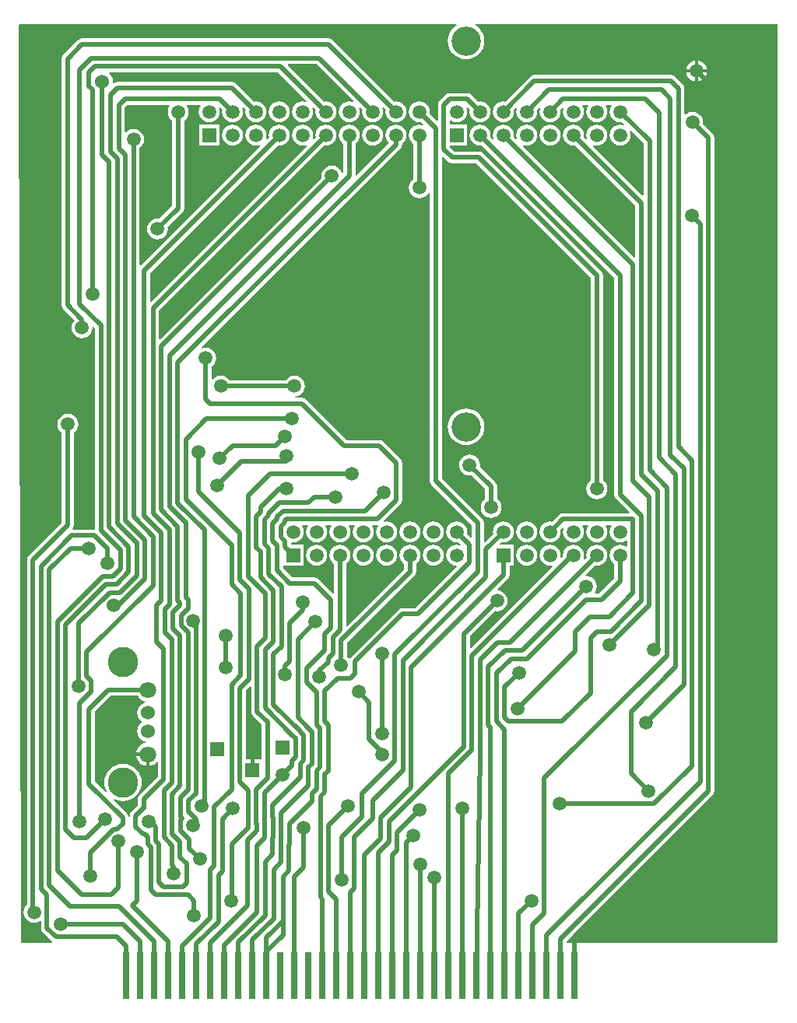
<source format=gtl>
%FSLAX25Y25*%
%MOIN*%
G70*
G01*
G75*
G04 Layer_Physical_Order=1*
G04 Layer_Color=255*
%ADD10R,0.03000X0.20000*%
%ADD11C,0.02000*%
%ADD12R,0.05906X0.05906*%
%ADD13C,0.12598*%
%ADD14C,0.05906*%
%ADD15C,0.06000*%
%ADD16C,0.07087*%
%ADD17C,0.12992*%
G36*
X102451Y134193D02*
Y123550D01*
X102645Y122575D01*
X103198Y121748D01*
X106951Y117994D01*
Y102953D01*
X103750D01*
Y98500D01*
X102250D01*
Y102953D01*
X100096D01*
Y132491D01*
X101989Y134384D01*
X102451Y134193D01*
D02*
G37*
G36*
X54572Y129183D02*
X55626Y128374D01*
X56853Y127866D01*
X57078Y127836D01*
Y127332D01*
X56995Y127321D01*
X55900Y126868D01*
X54960Y126146D01*
X54238Y125206D01*
X53785Y124112D01*
X53631Y122937D01*
X53785Y121762D01*
X54238Y120668D01*
X54960Y119728D01*
X55497Y119315D01*
Y118685D01*
X54960Y118272D01*
X54238Y117332D01*
X53785Y116238D01*
X53631Y115063D01*
X53785Y113888D01*
X54238Y112794D01*
X54960Y111854D01*
X55900Y111132D01*
X56995Y110679D01*
X57078Y110668D01*
Y110164D01*
X56853Y110134D01*
X55626Y109626D01*
X54572Y108817D01*
X53764Y107764D01*
X53256Y106537D01*
X53181Y105971D01*
X58169D01*
Y105220D01*
X58919D01*
Y100232D01*
X59486Y100307D01*
X60713Y100815D01*
X61766Y101624D01*
X61977Y101899D01*
X62451Y101738D01*
Y95533D01*
X54698Y87779D01*
X54145Y86953D01*
X53951Y85977D01*
Y83334D01*
X51198Y80581D01*
X50645Y79754D01*
X50451Y78778D01*
Y78542D01*
X49951Y78492D01*
X49855Y78975D01*
X49302Y79802D01*
X43428Y85677D01*
X43729Y86083D01*
X44425Y85711D01*
X45932Y85254D01*
X47500Y85099D01*
X49068Y85254D01*
X50575Y85711D01*
X51964Y86453D01*
X53181Y87452D01*
X54181Y88670D01*
X54923Y90059D01*
X55380Y91566D01*
X55535Y93134D01*
X55380Y94701D01*
X54923Y96209D01*
X54181Y97598D01*
X53181Y98815D01*
X51964Y99814D01*
X50575Y100557D01*
X49068Y101014D01*
X47500Y101169D01*
X45932Y101014D01*
X44425Y100557D01*
X43036Y99814D01*
X41819Y98815D01*
X40819Y97598D01*
X40077Y96209D01*
X39620Y94701D01*
X39465Y93134D01*
X39620Y91566D01*
X40077Y90059D01*
X40449Y89363D01*
X40043Y89062D01*
X35549Y93556D01*
Y123444D01*
X42335Y130231D01*
X53768D01*
X54572Y129183D01*
D02*
G37*
G36*
X328000Y25000D02*
X327500Y24500D01*
X237693D01*
X237609Y25000D01*
X300052Y87444D01*
X300605Y88271D01*
X300799Y89246D01*
Y369350D01*
X300605Y370325D01*
X300052Y371152D01*
X295900Y375305D01*
X295991Y376000D01*
X295838Y377162D01*
X295390Y378246D01*
X294676Y379176D01*
X293746Y379889D01*
X292662Y380338D01*
X291500Y380491D01*
X290338Y380338D01*
X289254Y379889D01*
X288535Y379338D01*
X288035Y379584D01*
Y390514D01*
X287841Y391489D01*
X287289Y392316D01*
X284102Y395502D01*
X283276Y396055D01*
X282300Y396249D01*
X223700D01*
X222725Y396055D01*
X221898Y395502D01*
X211283Y384888D01*
X210500Y384991D01*
X209338Y384838D01*
X208254Y384389D01*
X207324Y383676D01*
X206610Y382746D01*
X206162Y381662D01*
X206009Y380500D01*
X206162Y379338D01*
X206610Y378254D01*
X207324Y377324D01*
X208254Y376610D01*
X209338Y376162D01*
X210500Y376009D01*
X211662Y376162D01*
X212746Y376610D01*
X213676Y377324D01*
X214389Y378254D01*
X214838Y379338D01*
X214991Y380500D01*
X214888Y381283D01*
X215871Y382266D01*
X216295Y381983D01*
X216162Y381662D01*
X216009Y380500D01*
X216162Y379338D01*
X216611Y378254D01*
X217324Y377324D01*
X218254Y376610D01*
X219338Y376162D01*
X220500Y376009D01*
X221662Y376162D01*
X222746Y376610D01*
X223676Y377324D01*
X224390Y378254D01*
X224838Y379338D01*
X224991Y380500D01*
X224888Y381283D01*
X225871Y382266D01*
X226294Y381983D01*
X226162Y381662D01*
X226009Y380500D01*
X226162Y379338D01*
X226610Y378254D01*
X227324Y377324D01*
X228254Y376610D01*
X229338Y376162D01*
X230500Y376009D01*
X231662Y376162D01*
X232746Y376610D01*
X233676Y377324D01*
X234389Y378254D01*
X234838Y379338D01*
X234991Y380500D01*
X234888Y381283D01*
X235871Y382266D01*
X236295Y381983D01*
X236162Y381662D01*
X236009Y380500D01*
X236162Y379338D01*
X236611Y378254D01*
X237324Y377324D01*
X238254Y376610D01*
X239338Y376162D01*
X240500Y376009D01*
X241662Y376162D01*
X242746Y376610D01*
X243676Y377324D01*
X244390Y378254D01*
X244838Y379338D01*
X244991Y380500D01*
X244838Y381662D01*
X244390Y382746D01*
X244192Y383003D01*
X244413Y383451D01*
X246587D01*
X246808Y383003D01*
X246610Y382746D01*
X246162Y381662D01*
X246009Y380500D01*
X246162Y379338D01*
X246610Y378254D01*
X247324Y377324D01*
X248254Y376610D01*
X249338Y376162D01*
X250500Y376009D01*
X251662Y376162D01*
X252746Y376610D01*
X253676Y377324D01*
X254390Y378254D01*
X254838Y379338D01*
X254991Y380500D01*
X254838Y381662D01*
X254390Y382746D01*
X254192Y383003D01*
X254413Y383451D01*
X256587D01*
X256808Y383003D01*
X256610Y382746D01*
X256162Y381662D01*
X256009Y380500D01*
X256162Y379338D01*
X256610Y378254D01*
X257324Y377324D01*
X258254Y376610D01*
X259338Y376162D01*
X260500Y376009D01*
X261283Y376112D01*
X262266Y375129D01*
X261983Y374706D01*
X261662Y374838D01*
X260500Y374991D01*
X259338Y374838D01*
X258254Y374390D01*
X257324Y373676D01*
X256610Y372746D01*
X256162Y371662D01*
X256009Y370500D01*
X256162Y369338D01*
X256610Y368254D01*
X257324Y367324D01*
X258254Y366611D01*
X259338Y366162D01*
X260500Y366009D01*
X261662Y366162D01*
X262746Y366611D01*
X263676Y367324D01*
X264389Y368254D01*
X264838Y369338D01*
X264991Y370500D01*
X264838Y371662D01*
X264705Y371983D01*
X265129Y372266D01*
X270499Y366897D01*
Y344759D01*
X270037Y344568D01*
X248734Y365871D01*
X249017Y366295D01*
X249338Y366162D01*
X250500Y366009D01*
X251662Y366162D01*
X252746Y366611D01*
X253676Y367324D01*
X254390Y368254D01*
X254838Y369338D01*
X254991Y370500D01*
X254838Y371662D01*
X254390Y372746D01*
X253676Y373676D01*
X252746Y374390D01*
X251662Y374838D01*
X250500Y374991D01*
X249338Y374838D01*
X248254Y374390D01*
X247324Y373676D01*
X246610Y372746D01*
X246162Y371662D01*
X246009Y370500D01*
X246162Y369338D01*
X246294Y369017D01*
X245871Y368734D01*
X244888Y369717D01*
X244991Y370500D01*
X244838Y371662D01*
X244390Y372746D01*
X243676Y373676D01*
X242746Y374390D01*
X241662Y374838D01*
X240500Y374991D01*
X239338Y374838D01*
X238254Y374390D01*
X237324Y373676D01*
X236611Y372746D01*
X236162Y371662D01*
X236009Y370500D01*
X236162Y369338D01*
X236611Y368254D01*
X237324Y367324D01*
X238254Y366611D01*
X239338Y366162D01*
X240500Y366009D01*
X241283Y366112D01*
X266904Y340491D01*
Y318354D01*
X266442Y318163D01*
X218734Y365871D01*
X219017Y366295D01*
X219338Y366162D01*
X220500Y366009D01*
X221662Y366162D01*
X222746Y366611D01*
X223676Y367324D01*
X224390Y368254D01*
X224838Y369338D01*
X224991Y370500D01*
X224838Y371662D01*
X224390Y372746D01*
X223676Y373676D01*
X222746Y374390D01*
X221662Y374838D01*
X220500Y374991D01*
X219338Y374838D01*
X218254Y374390D01*
X217324Y373676D01*
X216611Y372746D01*
X216162Y371662D01*
X216009Y370500D01*
X216162Y369338D01*
X216295Y369017D01*
X215871Y368734D01*
X214888Y369717D01*
X214991Y370500D01*
X214838Y371662D01*
X214389Y372746D01*
X213676Y373676D01*
X212746Y374390D01*
X211662Y374838D01*
X210500Y374991D01*
X209338Y374838D01*
X208254Y374390D01*
X207324Y373676D01*
X206610Y372746D01*
X206162Y371662D01*
X206009Y370500D01*
X206162Y369338D01*
X206294Y369017D01*
X205871Y368734D01*
X204888Y369717D01*
X204991Y370500D01*
X204838Y371662D01*
X204390Y372746D01*
X203676Y373676D01*
X202746Y374390D01*
X201662Y374838D01*
X200500Y374991D01*
X199338Y374838D01*
X198254Y374390D01*
X197324Y373676D01*
X196610Y372746D01*
X196162Y371662D01*
X196009Y370500D01*
X196162Y369338D01*
X196610Y368254D01*
X197324Y367324D01*
X198254Y366611D01*
X199338Y366162D01*
X200500Y366009D01*
X201283Y366112D01*
X257951Y309444D01*
Y216500D01*
X258145Y215525D01*
X258698Y214698D01*
X264384Y209011D01*
X264193Y208549D01*
X236000D01*
X235024Y208355D01*
X234198Y207802D01*
X231283Y204888D01*
X230500Y204991D01*
X229338Y204838D01*
X228254Y204390D01*
X227324Y203676D01*
X226610Y202746D01*
X226162Y201662D01*
X226009Y200500D01*
X226162Y199338D01*
X226610Y198254D01*
X227324Y197324D01*
X228254Y196610D01*
X229338Y196162D01*
X230500Y196009D01*
X231662Y196162D01*
X232746Y196610D01*
X233676Y197324D01*
X234389Y198254D01*
X234838Y199338D01*
X234991Y200500D01*
X234888Y201283D01*
X235871Y202266D01*
X236295Y201983D01*
X236162Y201662D01*
X236009Y200500D01*
X236162Y199338D01*
X236611Y198254D01*
X237324Y197324D01*
X238254Y196610D01*
X239338Y196162D01*
X240500Y196009D01*
X241662Y196162D01*
X242746Y196610D01*
X243676Y197324D01*
X244390Y198254D01*
X244838Y199338D01*
X244991Y200500D01*
X244838Y201662D01*
X244390Y202746D01*
X244192Y203003D01*
X244413Y203451D01*
X246587D01*
X246808Y203003D01*
X246610Y202746D01*
X246162Y201662D01*
X246009Y200500D01*
X246162Y199338D01*
X246610Y198254D01*
X247324Y197324D01*
X248254Y196610D01*
X249338Y196162D01*
X250500Y196009D01*
X251662Y196162D01*
X252746Y196610D01*
X253676Y197324D01*
X254390Y198254D01*
X254838Y199338D01*
X254991Y200500D01*
X254838Y201662D01*
X254390Y202746D01*
X254192Y203003D01*
X254413Y203451D01*
X256587D01*
X256808Y203003D01*
X256610Y202746D01*
X256162Y201662D01*
X256009Y200500D01*
X256162Y199338D01*
X256610Y198254D01*
X257324Y197324D01*
X258254Y196610D01*
X259338Y196162D01*
X260500Y196009D01*
X261662Y196162D01*
X262746Y196610D01*
X263003Y196808D01*
X263451Y196587D01*
Y194413D01*
X263003Y194192D01*
X262746Y194389D01*
X261662Y194838D01*
X260500Y194991D01*
X259338Y194838D01*
X258254Y194389D01*
X257324Y193676D01*
X256610Y192746D01*
X256162Y191662D01*
X256009Y190500D01*
X256162Y189338D01*
X256610Y188254D01*
X257324Y187324D01*
X257951Y186843D01*
Y180568D01*
X251444Y174062D01*
X249846D01*
X249625Y174510D01*
X249889Y174854D01*
X250338Y175938D01*
X250491Y177100D01*
X250338Y178262D01*
X249889Y179346D01*
X249176Y180276D01*
X248246Y180990D01*
X247162Y181438D01*
X246000Y181591D01*
X245845Y181571D01*
X245624Y182019D01*
X249717Y186112D01*
X250500Y186009D01*
X251662Y186162D01*
X252746Y186610D01*
X253676Y187324D01*
X254390Y188254D01*
X254838Y189338D01*
X254991Y190500D01*
X254838Y191662D01*
X254390Y192746D01*
X253676Y193676D01*
X252746Y194389D01*
X251662Y194838D01*
X250500Y194991D01*
X249338Y194838D01*
X248254Y194389D01*
X247324Y193676D01*
X246610Y192746D01*
X246162Y191662D01*
X246009Y190500D01*
X246112Y189717D01*
X245129Y188734D01*
X244706Y189017D01*
X244838Y189338D01*
X244991Y190500D01*
X244838Y191662D01*
X244390Y192746D01*
X243676Y193676D01*
X242746Y194389D01*
X241662Y194838D01*
X240500Y194991D01*
X239338Y194838D01*
X238254Y194389D01*
X237324Y193676D01*
X236611Y192746D01*
X236162Y191662D01*
X236009Y190500D01*
X236054Y190159D01*
X235359Y189464D01*
X234886Y189697D01*
X234991Y190500D01*
X234838Y191662D01*
X234389Y192746D01*
X233676Y193676D01*
X232746Y194389D01*
X231662Y194838D01*
X230500Y194991D01*
X229338Y194838D01*
X228254Y194389D01*
X227324Y193676D01*
X226610Y192746D01*
X226162Y191662D01*
X226009Y190500D01*
X226162Y189338D01*
X226610Y188254D01*
X227324Y187324D01*
X228254Y186610D01*
X229338Y186162D01*
X230500Y186009D01*
X231303Y186115D01*
X231536Y185641D01*
X196511Y150616D01*
X196049Y150807D01*
Y155695D01*
X206942Y166587D01*
X207725Y166484D01*
X208887Y166637D01*
X209970Y167086D01*
X210900Y167799D01*
X211614Y168730D01*
X212063Y169813D01*
X212216Y170975D01*
X212063Y172138D01*
X211614Y173221D01*
X210900Y174151D01*
X209970Y174865D01*
X208887Y175313D01*
X208172Y175408D01*
X207993Y175935D01*
X212302Y180245D01*
X212855Y181072D01*
X213049Y182047D01*
Y186047D01*
X214953D01*
Y194953D01*
X209211D01*
X209019Y195415D01*
X209717Y196112D01*
X210500Y196009D01*
X211662Y196162D01*
X212746Y196610D01*
X213676Y197324D01*
X214389Y198254D01*
X214838Y199338D01*
X214991Y200500D01*
X214838Y201662D01*
X214389Y202746D01*
X213676Y203676D01*
X212746Y204390D01*
X211662Y204838D01*
X210500Y204991D01*
X209338Y204838D01*
X208254Y204390D01*
X207324Y203676D01*
X206610Y202746D01*
X206162Y201662D01*
X206009Y200500D01*
X206112Y199717D01*
X202511Y196116D01*
X202049Y196307D01*
Y204500D01*
X201855Y205475D01*
X201302Y206302D01*
X184049Y223556D01*
Y361193D01*
X184511Y361384D01*
X186698Y359198D01*
X187524Y358645D01*
X188500Y358451D01*
X198944D01*
X247951Y309444D01*
Y222657D01*
X247324Y222176D01*
X246610Y221246D01*
X246162Y220162D01*
X246009Y219000D01*
X246162Y217838D01*
X246610Y216754D01*
X247324Y215824D01*
X248254Y215110D01*
X249338Y214662D01*
X250500Y214509D01*
X251662Y214662D01*
X252746Y215110D01*
X253676Y215824D01*
X254390Y216754D01*
X254838Y217838D01*
X254991Y219000D01*
X254838Y220162D01*
X254390Y221246D01*
X253676Y222176D01*
X253049Y222657D01*
Y310500D01*
X252855Y311475D01*
X252302Y312302D01*
X201802Y362802D01*
X200975Y363355D01*
X200000Y363549D01*
X189556D01*
X187557Y365547D01*
X187570Y366047D01*
X194953D01*
Y374953D01*
X187549D01*
Y376587D01*
X187997Y376808D01*
X188254Y376610D01*
X189338Y376162D01*
X190500Y376009D01*
X191662Y376162D01*
X192746Y376610D01*
X193676Y377324D01*
X194389Y378254D01*
X194838Y379338D01*
X194991Y380500D01*
X194838Y381662D01*
X194705Y381983D01*
X195129Y382266D01*
X196112Y381283D01*
X196009Y380500D01*
X196162Y379338D01*
X196610Y378254D01*
X197324Y377324D01*
X198254Y376610D01*
X199338Y376162D01*
X200500Y376009D01*
X201662Y376162D01*
X202746Y376610D01*
X203676Y377324D01*
X204390Y378254D01*
X204838Y379338D01*
X204991Y380500D01*
X204838Y381662D01*
X204390Y382746D01*
X203676Y383676D01*
X202746Y384389D01*
X201662Y384838D01*
X200500Y384991D01*
X199717Y384888D01*
X196802Y387802D01*
X195975Y388355D01*
X195000Y388549D01*
X187500D01*
X186524Y388355D01*
X185698Y387802D01*
X183198Y385302D01*
X182645Y384475D01*
X182451Y383500D01*
Y376807D01*
X181989Y376616D01*
X178888Y379717D01*
X178991Y380500D01*
X178838Y381662D01*
X178390Y382746D01*
X177676Y383676D01*
X176746Y384389D01*
X175662Y384838D01*
X174500Y384991D01*
X173338Y384838D01*
X172254Y384389D01*
X171324Y383676D01*
X170610Y382746D01*
X170162Y381662D01*
X170009Y380500D01*
X170162Y379338D01*
X170610Y378254D01*
X171324Y377324D01*
X172254Y376610D01*
X173338Y376162D01*
X174500Y376009D01*
X175283Y376112D01*
X176266Y375129D01*
X175983Y374706D01*
X175662Y374838D01*
X174500Y374991D01*
X173338Y374838D01*
X172254Y374390D01*
X171324Y373676D01*
X170610Y372746D01*
X170162Y371662D01*
X170009Y370500D01*
X170162Y369338D01*
X170610Y368254D01*
X171324Y367324D01*
X171951Y366843D01*
Y351657D01*
X171324Y351176D01*
X170610Y350246D01*
X170162Y349162D01*
X170009Y348000D01*
X170162Y346838D01*
X170610Y345754D01*
X171324Y344824D01*
X172254Y344110D01*
X173338Y343662D01*
X174500Y343509D01*
X175662Y343662D01*
X176746Y344110D01*
X177676Y344824D01*
X178390Y345754D01*
X178451Y345903D01*
X178951Y345803D01*
Y222500D01*
X179145Y221525D01*
X179698Y220698D01*
X196951Y203444D01*
Y198307D01*
X196489Y198116D01*
X194888Y199717D01*
X194991Y200500D01*
X194838Y201662D01*
X194389Y202746D01*
X193676Y203676D01*
X192746Y204390D01*
X191662Y204838D01*
X190500Y204991D01*
X189338Y204838D01*
X188254Y204390D01*
X187324Y203676D01*
X186610Y202746D01*
X186162Y201662D01*
X186009Y200500D01*
X186162Y199338D01*
X186610Y198254D01*
X187324Y197324D01*
X188254Y196610D01*
X189338Y196162D01*
X190500Y196009D01*
X191283Y196112D01*
X192266Y195129D01*
X191983Y194705D01*
X191662Y194838D01*
X190500Y194991D01*
X189338Y194838D01*
X188254Y194389D01*
X187324Y193676D01*
X186610Y192746D01*
X186162Y191662D01*
X186009Y190500D01*
X186162Y189338D01*
X186610Y188254D01*
X187324Y187324D01*
X188254Y186610D01*
X189338Y186162D01*
X190232Y186044D01*
X190411Y185516D01*
X172697Y167802D01*
X167253D01*
X166277Y167608D01*
X165450Y167055D01*
X145198Y146802D01*
X144852Y146285D01*
X144237Y146265D01*
X144076Y146476D01*
X143449Y146957D01*
Y152844D01*
X172302Y181698D01*
X172855Y182525D01*
X173049Y183500D01*
Y186843D01*
X173676Y187324D01*
X174390Y188254D01*
X174838Y189338D01*
X174991Y190500D01*
X174838Y191662D01*
X174390Y192746D01*
X173676Y193676D01*
X172746Y194389D01*
X171662Y194838D01*
X170500Y194991D01*
X169338Y194838D01*
X168254Y194389D01*
X167324Y193676D01*
X166611Y192746D01*
X166162Y191662D01*
X166009Y190500D01*
X166162Y189338D01*
X166611Y188254D01*
X167324Y187324D01*
X167951Y186843D01*
Y184556D01*
X143511Y160116D01*
X143049Y160307D01*
Y186843D01*
X143676Y187324D01*
X144389Y188254D01*
X144838Y189338D01*
X144991Y190500D01*
X144838Y191662D01*
X144389Y192746D01*
X143676Y193676D01*
X142746Y194389D01*
X141662Y194838D01*
X140500Y194991D01*
X139338Y194838D01*
X138254Y194389D01*
X137324Y193676D01*
X136610Y192746D01*
X136162Y191662D01*
X136009Y190500D01*
X136162Y189338D01*
X136610Y188254D01*
X137324Y187324D01*
X137951Y186843D01*
Y174307D01*
X137489Y174116D01*
X131302Y180302D01*
X130475Y180855D01*
X129500Y181049D01*
X120056D01*
X116049Y185056D01*
Y186047D01*
X124953D01*
Y194953D01*
X119652D01*
X119549Y195056D01*
Y195755D01*
X119925Y196084D01*
X120500Y196009D01*
X121662Y196162D01*
X122746Y196610D01*
X123676Y197324D01*
X124390Y198254D01*
X124838Y199338D01*
X124991Y200500D01*
X124838Y201662D01*
X124390Y202746D01*
X124192Y203003D01*
X124413Y203451D01*
X126587D01*
X126808Y203003D01*
X126611Y202746D01*
X126162Y201662D01*
X126009Y200500D01*
X126162Y199338D01*
X126611Y198254D01*
X127324Y197324D01*
X128254Y196610D01*
X129338Y196162D01*
X130500Y196009D01*
X131662Y196162D01*
X132746Y196610D01*
X133676Y197324D01*
X134389Y198254D01*
X134838Y199338D01*
X134991Y200500D01*
X134838Y201662D01*
X134389Y202746D01*
X134192Y203003D01*
X134413Y203451D01*
X136587D01*
X136808Y203003D01*
X136610Y202746D01*
X136162Y201662D01*
X136009Y200500D01*
X136162Y199338D01*
X136610Y198254D01*
X137324Y197324D01*
X138254Y196610D01*
X139338Y196162D01*
X140500Y196009D01*
X141662Y196162D01*
X142746Y196610D01*
X143676Y197324D01*
X144389Y198254D01*
X144838Y199338D01*
X144991Y200500D01*
X144838Y201662D01*
X144389Y202746D01*
X144192Y203003D01*
X144413Y203451D01*
X146587D01*
X146808Y203003D01*
X146610Y202746D01*
X146162Y201662D01*
X146009Y200500D01*
X146162Y199338D01*
X146610Y198254D01*
X147324Y197324D01*
X148254Y196610D01*
X149338Y196162D01*
X150500Y196009D01*
X151662Y196162D01*
X152746Y196610D01*
X153676Y197324D01*
X154390Y198254D01*
X154838Y199338D01*
X154991Y200500D01*
X154838Y201662D01*
X154390Y202746D01*
X154192Y203003D01*
X154413Y203451D01*
X156400D01*
X156591Y203489D01*
X156855Y203064D01*
X156611Y202746D01*
X156162Y201662D01*
X156009Y200500D01*
X156162Y199338D01*
X156611Y198254D01*
X157324Y197324D01*
X158254Y196610D01*
X159338Y196162D01*
X160500Y196009D01*
X161662Y196162D01*
X162746Y196610D01*
X163676Y197324D01*
X164390Y198254D01*
X164838Y199338D01*
X164991Y200500D01*
X164838Y201662D01*
X164390Y202746D01*
X163676Y203676D01*
X162746Y204390D01*
X161662Y204838D01*
X160500Y204991D01*
X159582Y204870D01*
X159349Y205344D01*
X166402Y212398D01*
X166955Y213225D01*
X167149Y214200D01*
Y230000D01*
X166955Y230976D01*
X166402Y231802D01*
X159102Y239102D01*
X158275Y239655D01*
X157300Y239849D01*
X143356D01*
X125902Y257302D01*
X125075Y257855D01*
X124100Y258049D01*
X121238D01*
X121205Y258549D01*
X122062Y258662D01*
X123146Y259110D01*
X124076Y259824D01*
X124790Y260754D01*
X125238Y261838D01*
X125391Y263000D01*
X125238Y264162D01*
X124790Y265246D01*
X124076Y266176D01*
X123146Y266890D01*
X122062Y267338D01*
X120900Y267491D01*
X119738Y267338D01*
X118654Y266890D01*
X117724Y266176D01*
X117243Y265549D01*
X93157D01*
X92676Y266176D01*
X91746Y266890D01*
X90662Y267338D01*
X89500Y267491D01*
X88338Y267338D01*
X87254Y266890D01*
X86324Y266176D01*
X86049Y265817D01*
X85549Y265987D01*
Y271343D01*
X86176Y271824D01*
X86889Y272754D01*
X87338Y273838D01*
X87491Y275000D01*
X87338Y276162D01*
X86889Y277246D01*
X86176Y278176D01*
X85246Y278889D01*
X84162Y279338D01*
X83000Y279491D01*
X81838Y279338D01*
X81517Y279205D01*
X81234Y279629D01*
X166302Y364698D01*
X166855Y365525D01*
X167049Y366500D01*
Y366843D01*
X167676Y367324D01*
X168389Y368254D01*
X168838Y369338D01*
X168991Y370500D01*
X168838Y371662D01*
X168389Y372746D01*
X167676Y373676D01*
X166746Y374390D01*
X165662Y374838D01*
X164500Y374991D01*
X163338Y374838D01*
X162254Y374390D01*
X161324Y373676D01*
X160610Y372746D01*
X160162Y371662D01*
X160009Y370500D01*
X160162Y369338D01*
X160610Y368254D01*
X161324Y367324D01*
X161349Y366953D01*
X147549Y353154D01*
X147049Y353361D01*
Y366843D01*
X147676Y367324D01*
X148389Y368254D01*
X148838Y369338D01*
X148991Y370500D01*
X148838Y371662D01*
X148389Y372746D01*
X147676Y373676D01*
X146746Y374390D01*
X145662Y374838D01*
X144500Y374991D01*
X143338Y374838D01*
X142254Y374390D01*
X141324Y373676D01*
X140611Y372746D01*
X140162Y371662D01*
X140009Y370500D01*
X140162Y369338D01*
X140611Y368254D01*
X141324Y367324D01*
X141951Y366843D01*
Y354410D01*
X141800Y354302D01*
X141203Y354488D01*
X140890Y355246D01*
X140176Y356176D01*
X139246Y356890D01*
X138162Y357338D01*
X137000Y357491D01*
X135838Y357338D01*
X134754Y356890D01*
X133824Y356176D01*
X133110Y355246D01*
X132662Y354162D01*
X132509Y353000D01*
X132612Y352217D01*
X63411Y283016D01*
X62949Y283207D01*
Y295344D01*
X133717Y366112D01*
X134500Y366009D01*
X135662Y366162D01*
X136746Y366611D01*
X137676Y367324D01*
X138390Y368254D01*
X138838Y369338D01*
X138991Y370500D01*
X138838Y371662D01*
X138390Y372746D01*
X137676Y373676D01*
X136746Y374390D01*
X135662Y374838D01*
X134500Y374991D01*
X133338Y374838D01*
X132254Y374390D01*
X131324Y373676D01*
X130611Y372746D01*
X130162Y371662D01*
X130009Y370500D01*
X130112Y369717D01*
X129129Y368734D01*
X128706Y369017D01*
X128838Y369338D01*
X128991Y370500D01*
X128838Y371662D01*
X128390Y372746D01*
X127676Y373676D01*
X126746Y374390D01*
X125662Y374838D01*
X124500Y374991D01*
X123338Y374838D01*
X122254Y374390D01*
X121324Y373676D01*
X120610Y372746D01*
X120162Y371662D01*
X120009Y370500D01*
X120162Y369338D01*
X120610Y368254D01*
X121324Y367324D01*
X122254Y366611D01*
X123338Y366162D01*
X124500Y366009D01*
X125662Y366162D01*
X125983Y366295D01*
X126266Y365871D01*
X59511Y299116D01*
X59049Y299307D01*
Y311444D01*
X113717Y366112D01*
X114500Y366009D01*
X115662Y366162D01*
X116746Y366611D01*
X117676Y367324D01*
X118389Y368254D01*
X118838Y369338D01*
X118991Y370500D01*
X118838Y371662D01*
X118389Y372746D01*
X117676Y373676D01*
X116746Y374390D01*
X115662Y374838D01*
X114500Y374991D01*
X113338Y374838D01*
X112254Y374390D01*
X111324Y373676D01*
X110610Y372746D01*
X110162Y371662D01*
X110009Y370500D01*
X110112Y369717D01*
X109129Y368734D01*
X108705Y369017D01*
X108838Y369338D01*
X108991Y370500D01*
X108838Y371662D01*
X108389Y372746D01*
X107676Y373676D01*
X106746Y374390D01*
X105662Y374838D01*
X104500Y374991D01*
X103338Y374838D01*
X102254Y374390D01*
X101324Y373676D01*
X100610Y372746D01*
X100162Y371662D01*
X100009Y370500D01*
X100162Y369338D01*
X100610Y368254D01*
X101324Y367324D01*
X102254Y366611D01*
X103338Y366162D01*
X104500Y366009D01*
X105662Y366162D01*
X105983Y366295D01*
X106266Y365871D01*
X55149Y314754D01*
X54649Y314961D01*
Y365043D01*
X55276Y365524D01*
X55989Y366454D01*
X56438Y367538D01*
X56591Y368700D01*
X56438Y369862D01*
X55989Y370946D01*
X55276Y371876D01*
X54346Y372589D01*
X53262Y373038D01*
X52100Y373191D01*
X50938Y373038D01*
X49854Y372589D01*
X48924Y371876D01*
X48822Y371743D01*
X48349Y371904D01*
Y382344D01*
X49456Y383451D01*
X67363D01*
X67585Y383003D01*
X67311Y382646D01*
X66862Y381562D01*
X66709Y380400D01*
X66862Y379238D01*
X67311Y378154D01*
X68024Y377224D01*
X68651Y376743D01*
Y340256D01*
X63083Y334688D01*
X62300Y334791D01*
X61138Y334638D01*
X60054Y334190D01*
X59124Y333476D01*
X58411Y332546D01*
X57962Y331462D01*
X57809Y330300D01*
X57962Y329138D01*
X58411Y328054D01*
X59124Y327124D01*
X60054Y326411D01*
X61138Y325962D01*
X62300Y325809D01*
X63462Y325962D01*
X64546Y326411D01*
X65476Y327124D01*
X66189Y328054D01*
X66638Y329138D01*
X66791Y330300D01*
X66688Y331083D01*
X73002Y337398D01*
X73555Y338225D01*
X73749Y339200D01*
Y376743D01*
X74376Y377224D01*
X75090Y378154D01*
X75538Y379238D01*
X75691Y380400D01*
X75538Y381562D01*
X75090Y382646D01*
X74815Y383003D01*
X75037Y383451D01*
X80587D01*
X80808Y383003D01*
X80611Y382746D01*
X80162Y381662D01*
X80009Y380500D01*
X80162Y379338D01*
X80611Y378254D01*
X81324Y377324D01*
X82254Y376610D01*
X83338Y376162D01*
X84500Y376009D01*
X85662Y376162D01*
X86746Y376610D01*
X87676Y377324D01*
X88389Y378254D01*
X88838Y379338D01*
X88991Y380500D01*
X88838Y381662D01*
X88705Y381983D01*
X89129Y382266D01*
X90112Y381283D01*
X90009Y380500D01*
X90162Y379338D01*
X90610Y378254D01*
X91324Y377324D01*
X92254Y376610D01*
X93338Y376162D01*
X94500Y376009D01*
X95662Y376162D01*
X96746Y376610D01*
X97676Y377324D01*
X98390Y378254D01*
X98838Y379338D01*
X98991Y380500D01*
X98838Y381662D01*
X98706Y381983D01*
X99129Y382266D01*
X100112Y381283D01*
X100009Y380500D01*
X100162Y379338D01*
X100610Y378254D01*
X101324Y377324D01*
X102254Y376610D01*
X103338Y376162D01*
X104500Y376009D01*
X105662Y376162D01*
X106746Y376610D01*
X107676Y377324D01*
X108389Y378254D01*
X108838Y379338D01*
X108991Y380500D01*
X108838Y381662D01*
X108389Y382746D01*
X107676Y383676D01*
X106746Y384389D01*
X105662Y384838D01*
X104500Y384991D01*
X103717Y384888D01*
X96102Y392502D01*
X95275Y393055D01*
X94300Y393249D01*
X45100D01*
X44124Y393055D01*
X43642Y392733D01*
X43176Y393022D01*
X43239Y393500D01*
X43084Y394675D01*
X42631Y395769D01*
X41909Y396709D01*
X41595Y396951D01*
X41764Y397451D01*
X113944D01*
X126266Y385129D01*
X125983Y384705D01*
X125662Y384838D01*
X124500Y384991D01*
X123338Y384838D01*
X122254Y384389D01*
X121324Y383676D01*
X120610Y382746D01*
X120162Y381662D01*
X120009Y380500D01*
X120162Y379338D01*
X120610Y378254D01*
X121324Y377324D01*
X122254Y376610D01*
X123338Y376162D01*
X124500Y376009D01*
X125662Y376162D01*
X126746Y376610D01*
X127676Y377324D01*
X128390Y378254D01*
X128838Y379338D01*
X128991Y380500D01*
X128838Y381662D01*
X128706Y381983D01*
X129129Y382266D01*
X130112Y381283D01*
X130009Y380500D01*
X130162Y379338D01*
X130611Y378254D01*
X131324Y377324D01*
X132254Y376610D01*
X133338Y376162D01*
X134500Y376009D01*
X135662Y376162D01*
X136746Y376610D01*
X137676Y377324D01*
X138390Y378254D01*
X138838Y379338D01*
X138991Y380500D01*
X138838Y381662D01*
X138390Y382746D01*
X137676Y383676D01*
X136746Y384389D01*
X135662Y384838D01*
X134500Y384991D01*
X133717Y384888D01*
X118116Y400489D01*
X118307Y400951D01*
X130444D01*
X146266Y385129D01*
X145983Y384705D01*
X145662Y384838D01*
X144500Y384991D01*
X143338Y384838D01*
X142254Y384389D01*
X141324Y383676D01*
X140611Y382746D01*
X140162Y381662D01*
X140009Y380500D01*
X140162Y379338D01*
X140611Y378254D01*
X141324Y377324D01*
X142254Y376610D01*
X143338Y376162D01*
X144500Y376009D01*
X145662Y376162D01*
X146746Y376610D01*
X147676Y377324D01*
X148389Y378254D01*
X148838Y379338D01*
X148991Y380500D01*
X148838Y381662D01*
X148705Y381983D01*
X149129Y382266D01*
X150112Y381283D01*
X150009Y380500D01*
X150162Y379338D01*
X150610Y378254D01*
X151324Y377324D01*
X152254Y376610D01*
X153338Y376162D01*
X154500Y376009D01*
X155662Y376162D01*
X156746Y376610D01*
X157676Y377324D01*
X158389Y378254D01*
X158838Y379338D01*
X158991Y380500D01*
X158838Y381662D01*
X158705Y381983D01*
X159129Y382266D01*
X160112Y381283D01*
X160009Y380500D01*
X160162Y379338D01*
X160610Y378254D01*
X161324Y377324D01*
X162254Y376610D01*
X163338Y376162D01*
X164500Y376009D01*
X165662Y376162D01*
X166746Y376610D01*
X167676Y377324D01*
X168389Y378254D01*
X168838Y379338D01*
X168991Y380500D01*
X168838Y381662D01*
X168389Y382746D01*
X167676Y383676D01*
X166746Y384389D01*
X165662Y384838D01*
X164500Y384991D01*
X163717Y384888D01*
X137402Y411202D01*
X136575Y411755D01*
X135600Y411949D01*
X30000D01*
X29024Y411755D01*
X28198Y411202D01*
X21998Y405002D01*
X21445Y404176D01*
X21251Y403200D01*
Y297700D01*
X21445Y296725D01*
X21998Y295898D01*
X26779Y291116D01*
X26111Y290246D01*
X25662Y289162D01*
X25509Y288000D01*
X25662Y286838D01*
X26111Y285754D01*
X26824Y284824D01*
X27754Y284110D01*
X28838Y283662D01*
X30000Y283509D01*
X31162Y283662D01*
X32246Y284110D01*
X33176Y284824D01*
X33889Y285754D01*
X34338Y286838D01*
X34491Y288000D01*
X34456Y288270D01*
X34904Y288491D01*
X35551Y287844D01*
Y201773D01*
X35278Y201549D01*
X26271D01*
X26004Y202049D01*
X26255Y202425D01*
X26449Y203400D01*
Y242943D01*
X27076Y243424D01*
X27790Y244354D01*
X28238Y245438D01*
X28391Y246600D01*
X28238Y247762D01*
X27790Y248846D01*
X27076Y249776D01*
X26146Y250489D01*
X25062Y250938D01*
X23900Y251091D01*
X22738Y250938D01*
X21654Y250489D01*
X20724Y249776D01*
X20010Y248846D01*
X19562Y247762D01*
X19409Y246600D01*
X19562Y245438D01*
X20010Y244354D01*
X20724Y243424D01*
X21351Y242943D01*
Y204456D01*
X7198Y190302D01*
X6645Y189476D01*
X6451Y188500D01*
Y40773D01*
X6324Y40676D01*
X5610Y39746D01*
X5162Y38662D01*
X5009Y37500D01*
X5162Y36338D01*
X5610Y35254D01*
X6324Y34324D01*
X7254Y33610D01*
X8338Y33162D01*
X9500Y33009D01*
X10662Y33162D01*
X11746Y33610D01*
X12003Y33808D01*
X12451Y33587D01*
Y30722D01*
X12645Y29746D01*
X13198Y28919D01*
X16919Y25198D01*
X17215Y25000D01*
X17063Y24500D01*
X4000D01*
X3001Y417646D01*
X3354Y418000D01*
X190295D01*
X190416Y417515D01*
X190146Y417371D01*
X188958Y416396D01*
X187984Y415208D01*
X187260Y413854D01*
X186814Y412383D01*
X186663Y410854D01*
X186814Y409326D01*
X187260Y407855D01*
X187984Y406500D01*
X188958Y405313D01*
X190146Y404338D01*
X191501Y403614D01*
X192971Y403168D01*
X194500Y403018D01*
X196029Y403168D01*
X197499Y403614D01*
X198854Y404338D01*
X200042Y405313D01*
X201016Y406500D01*
X201740Y407855D01*
X202186Y409326D01*
X202337Y410854D01*
X202186Y412383D01*
X201740Y413854D01*
X201016Y415208D01*
X200042Y416396D01*
X198854Y417371D01*
X198584Y417515D01*
X198705Y418000D01*
X328000D01*
Y25000D01*
D02*
G37*
%LPC*%
G36*
X170500Y204991D02*
X169338Y204838D01*
X168254Y204390D01*
X167324Y203676D01*
X166611Y202746D01*
X166162Y201662D01*
X166009Y200500D01*
X166162Y199338D01*
X166611Y198254D01*
X167324Y197324D01*
X168254Y196610D01*
X169338Y196162D01*
X170500Y196009D01*
X171662Y196162D01*
X172746Y196610D01*
X173676Y197324D01*
X174390Y198254D01*
X174838Y199338D01*
X174991Y200500D01*
X174838Y201662D01*
X174390Y202746D01*
X173676Y203676D01*
X172746Y204390D01*
X171662Y204838D01*
X170500Y204991D01*
D02*
G37*
G36*
X220500Y194991D02*
X219338Y194838D01*
X218254Y194389D01*
X217324Y193676D01*
X216611Y192746D01*
X216162Y191662D01*
X216009Y190500D01*
X216162Y189338D01*
X216611Y188254D01*
X217324Y187324D01*
X218254Y186610D01*
X219338Y186162D01*
X220500Y186009D01*
X221662Y186162D01*
X222746Y186610D01*
X223676Y187324D01*
X224390Y188254D01*
X224838Y189338D01*
X224991Y190500D01*
X224838Y191662D01*
X224390Y192746D01*
X223676Y193676D01*
X222746Y194389D01*
X221662Y194838D01*
X220500Y194991D01*
D02*
G37*
G36*
Y204991D02*
X219338Y204838D01*
X218254Y204390D01*
X217324Y203676D01*
X216611Y202746D01*
X216162Y201662D01*
X216009Y200500D01*
X216162Y199338D01*
X216611Y198254D01*
X217324Y197324D01*
X218254Y196610D01*
X219338Y196162D01*
X220500Y196009D01*
X221662Y196162D01*
X222746Y196610D01*
X223676Y197324D01*
X224390Y198254D01*
X224838Y199338D01*
X224991Y200500D01*
X224838Y201662D01*
X224390Y202746D01*
X223676Y203676D01*
X222746Y204390D01*
X221662Y204838D01*
X220500Y204991D01*
D02*
G37*
G36*
X180500D02*
X179338Y204838D01*
X178254Y204390D01*
X177324Y203676D01*
X176611Y202746D01*
X176162Y201662D01*
X176009Y200500D01*
X176162Y199338D01*
X176611Y198254D01*
X177324Y197324D01*
X178254Y196610D01*
X179338Y196162D01*
X180500Y196009D01*
X181662Y196162D01*
X182746Y196610D01*
X183676Y197324D01*
X184389Y198254D01*
X184838Y199338D01*
X184991Y200500D01*
X184838Y201662D01*
X184389Y202746D01*
X183676Y203676D01*
X182746Y204390D01*
X181662Y204838D01*
X180500Y204991D01*
D02*
G37*
G36*
Y194991D02*
X179338Y194838D01*
X178254Y194389D01*
X177324Y193676D01*
X176611Y192746D01*
X176162Y191662D01*
X176009Y190500D01*
X176162Y189338D01*
X176611Y188254D01*
X177324Y187324D01*
X178254Y186610D01*
X179338Y186162D01*
X180500Y186009D01*
X181662Y186162D01*
X182746Y186610D01*
X183676Y187324D01*
X184389Y188254D01*
X184838Y189338D01*
X184991Y190500D01*
X184838Y191662D01*
X184389Y192746D01*
X183676Y193676D01*
X182746Y194389D01*
X181662Y194838D01*
X180500Y194991D01*
D02*
G37*
G36*
X130500D02*
X129338Y194838D01*
X128254Y194389D01*
X127324Y193676D01*
X126611Y192746D01*
X126162Y191662D01*
X126009Y190500D01*
X126162Y189338D01*
X126611Y188254D01*
X127324Y187324D01*
X128254Y186610D01*
X129338Y186162D01*
X130500Y186009D01*
X131662Y186162D01*
X132746Y186610D01*
X133676Y187324D01*
X134389Y188254D01*
X134838Y189338D01*
X134991Y190500D01*
X134838Y191662D01*
X134389Y192746D01*
X133676Y193676D01*
X132746Y194389D01*
X131662Y194838D01*
X130500Y194991D01*
D02*
G37*
G36*
X57419Y104471D02*
X53181D01*
X53256Y103904D01*
X53764Y102677D01*
X54572Y101624D01*
X55626Y100815D01*
X56853Y100307D01*
X57419Y100232D01*
Y104471D01*
D02*
G37*
G36*
X160500Y194991D02*
X159338Y194838D01*
X158254Y194389D01*
X157324Y193676D01*
X156611Y192746D01*
X156162Y191662D01*
X156009Y190500D01*
X156162Y189338D01*
X156611Y188254D01*
X157324Y187324D01*
X158254Y186610D01*
X159338Y186162D01*
X160500Y186009D01*
X161662Y186162D01*
X162746Y186610D01*
X163676Y187324D01*
X164390Y188254D01*
X164838Y189338D01*
X164991Y190500D01*
X164838Y191662D01*
X164390Y192746D01*
X163676Y193676D01*
X162746Y194389D01*
X161662Y194838D01*
X160500Y194991D01*
D02*
G37*
G36*
X150500D02*
X149338Y194838D01*
X148254Y194389D01*
X147324Y193676D01*
X146610Y192746D01*
X146162Y191662D01*
X146009Y190500D01*
X146162Y189338D01*
X146610Y188254D01*
X147324Y187324D01*
X148254Y186610D01*
X149338Y186162D01*
X150500Y186009D01*
X151662Y186162D01*
X152746Y186610D01*
X153676Y187324D01*
X154390Y188254D01*
X154838Y189338D01*
X154991Y190500D01*
X154838Y191662D01*
X154390Y192746D01*
X153676Y193676D01*
X152746Y194389D01*
X151662Y194838D01*
X150500Y194991D01*
D02*
G37*
G36*
X292450Y397250D02*
X288808D01*
X288862Y396838D01*
X289311Y395754D01*
X290024Y394824D01*
X290954Y394110D01*
X292038Y393662D01*
X292450Y393608D01*
Y397250D01*
D02*
G37*
G36*
X114500Y384991D02*
X113338Y384838D01*
X112254Y384389D01*
X111324Y383676D01*
X110610Y382746D01*
X110162Y381662D01*
X110009Y380500D01*
X110162Y379338D01*
X110610Y378254D01*
X111324Y377324D01*
X112254Y376610D01*
X113338Y376162D01*
X114500Y376009D01*
X115662Y376162D01*
X116746Y376610D01*
X117676Y377324D01*
X118389Y378254D01*
X118838Y379338D01*
X118991Y380500D01*
X118838Y381662D01*
X118389Y382746D01*
X117676Y383676D01*
X116746Y384389D01*
X115662Y384838D01*
X114500Y384991D01*
D02*
G37*
G36*
X297592Y397250D02*
X293950D01*
Y393608D01*
X294362Y393662D01*
X295446Y394110D01*
X296376Y394824D01*
X297090Y395754D01*
X297538Y396838D01*
X297592Y397250D01*
D02*
G37*
G36*
X293950Y402392D02*
Y398750D01*
X297592D01*
X297538Y399162D01*
X297090Y400246D01*
X296376Y401176D01*
X295446Y401890D01*
X294362Y402338D01*
X293950Y402392D01*
D02*
G37*
G36*
X292450D02*
X292038Y402338D01*
X290954Y401890D01*
X290024Y401176D01*
X289311Y400246D01*
X288862Y399162D01*
X288808Y398750D01*
X292450D01*
Y402392D01*
D02*
G37*
G36*
X88953Y374953D02*
X80047D01*
Y366047D01*
X88953D01*
Y374953D01*
D02*
G37*
G36*
X194500Y253337D02*
X192971Y253186D01*
X191501Y252740D01*
X190146Y252016D01*
X188958Y251042D01*
X187984Y249854D01*
X187260Y248499D01*
X186814Y247029D01*
X186663Y245500D01*
X186814Y243971D01*
X187260Y242501D01*
X187984Y241146D01*
X188958Y239958D01*
X190146Y238984D01*
X191501Y238260D01*
X192971Y237814D01*
X194500Y237663D01*
X196029Y237814D01*
X197499Y238260D01*
X198854Y238984D01*
X200042Y239958D01*
X201016Y241146D01*
X201740Y242501D01*
X202186Y243971D01*
X202337Y245500D01*
X202186Y247029D01*
X201740Y248499D01*
X201016Y249854D01*
X200042Y251042D01*
X198854Y252016D01*
X197499Y252740D01*
X196029Y253186D01*
X194500Y253337D01*
D02*
G37*
G36*
X196000Y233591D02*
X194838Y233438D01*
X193754Y232990D01*
X192824Y232276D01*
X192111Y231346D01*
X191662Y230262D01*
X191509Y229100D01*
X191662Y227938D01*
X192111Y226854D01*
X192824Y225924D01*
X193754Y225210D01*
X194838Y224762D01*
X196000Y224609D01*
X196783Y224712D01*
X202651Y218844D01*
Y214657D01*
X202024Y214176D01*
X201310Y213246D01*
X200862Y212162D01*
X200709Y211000D01*
X200862Y209838D01*
X201310Y208754D01*
X202024Y207824D01*
X202954Y207111D01*
X204038Y206662D01*
X205200Y206509D01*
X206362Y206662D01*
X207446Y207111D01*
X208376Y207824D01*
X209089Y208754D01*
X209538Y209838D01*
X209691Y211000D01*
X209538Y212162D01*
X209089Y213246D01*
X208376Y214176D01*
X207749Y214657D01*
Y219900D01*
X207555Y220876D01*
X207002Y221702D01*
X200388Y228317D01*
X200491Y229100D01*
X200338Y230262D01*
X199890Y231346D01*
X199176Y232276D01*
X198246Y232990D01*
X197162Y233438D01*
X196000Y233591D01*
D02*
G37*
G36*
X94500Y374991D02*
X93338Y374838D01*
X92254Y374390D01*
X91324Y373676D01*
X90610Y372746D01*
X90162Y371662D01*
X90009Y370500D01*
X90162Y369338D01*
X90610Y368254D01*
X91324Y367324D01*
X92254Y366611D01*
X93338Y366162D01*
X94500Y366009D01*
X95662Y366162D01*
X96746Y366611D01*
X97676Y367324D01*
X98390Y368254D01*
X98838Y369338D01*
X98991Y370500D01*
X98838Y371662D01*
X98390Y372746D01*
X97676Y373676D01*
X96746Y374390D01*
X95662Y374838D01*
X94500Y374991D01*
D02*
G37*
G36*
X230500D02*
X229338Y374838D01*
X228254Y374390D01*
X227324Y373676D01*
X226610Y372746D01*
X226162Y371662D01*
X226009Y370500D01*
X226162Y369338D01*
X226610Y368254D01*
X227324Y367324D01*
X228254Y366611D01*
X229338Y366162D01*
X230500Y366009D01*
X231662Y366162D01*
X232746Y366611D01*
X233676Y367324D01*
X234389Y368254D01*
X234838Y369338D01*
X234991Y370500D01*
X234838Y371662D01*
X234389Y372746D01*
X233676Y373676D01*
X232746Y374390D01*
X231662Y374838D01*
X230500Y374991D01*
D02*
G37*
G36*
X154500D02*
X153338Y374838D01*
X152254Y374390D01*
X151324Y373676D01*
X150610Y372746D01*
X150162Y371662D01*
X150009Y370500D01*
X150162Y369338D01*
X150610Y368254D01*
X151324Y367324D01*
X152254Y366611D01*
X153338Y366162D01*
X154500Y366009D01*
X155662Y366162D01*
X156746Y366611D01*
X157676Y367324D01*
X158389Y368254D01*
X158838Y369338D01*
X158991Y370500D01*
X158838Y371662D01*
X158389Y372746D01*
X157676Y373676D01*
X156746Y374390D01*
X155662Y374838D01*
X154500Y374991D01*
D02*
G37*
%LPD*%
D10*
X49000Y10500D02*
D03*
X55000D02*
D03*
X61000D02*
D03*
X67000D02*
D03*
X73000D02*
D03*
X79000D02*
D03*
X85000D02*
D03*
X91000D02*
D03*
X97000D02*
D03*
X103000D02*
D03*
X109000D02*
D03*
X115000D02*
D03*
X121000D02*
D03*
X127000D02*
D03*
X133000D02*
D03*
X139000D02*
D03*
X145000D02*
D03*
X151000D02*
D03*
X157000D02*
D03*
X163000D02*
D03*
X169000D02*
D03*
X175000D02*
D03*
X181000D02*
D03*
X187000D02*
D03*
X193000D02*
D03*
X199000D02*
D03*
X205000D02*
D03*
X211000D02*
D03*
X217000D02*
D03*
X223000D02*
D03*
X229000D02*
D03*
X235000D02*
D03*
X241000D02*
D03*
D11*
X117000Y139500D02*
Y143000D01*
X119000Y145000D01*
X122600Y120900D02*
Y142128D01*
X126100Y141999D02*
X133900Y149800D01*
X126100Y136122D02*
Y141999D01*
Y136122D02*
X130500Y131722D01*
X122500Y142228D02*
Y154500D01*
Y142228D02*
X122600Y142128D01*
Y120900D02*
X127000Y116500D01*
Y116340D02*
X128453Y114888D01*
X127000Y116340D02*
Y116500D01*
X124953Y102562D02*
Y113438D01*
X123500Y114891D02*
X124953Y113438D01*
X123500Y114891D02*
Y115000D01*
X112000Y126500D02*
X123500Y115000D01*
X121453Y104012D02*
Y111988D01*
X120000Y113441D02*
X121453Y111988D01*
X120000Y113441D02*
Y113500D01*
X108500Y125000D02*
X120000Y113500D01*
X112000Y126500D02*
Y148000D01*
X109500Y94950D02*
Y119050D01*
X105000Y123550D02*
X109500Y119050D01*
X105000Y123550D02*
Y151450D01*
X108500Y125000D02*
Y150000D01*
X91500Y142500D02*
Y156000D01*
X94047Y134997D02*
X98000Y138950D01*
X94047Y90047D02*
Y134997D01*
X86600Y82600D02*
X94047Y90047D01*
X97547Y133547D02*
X101500Y137500D01*
X97547Y93512D02*
X101200Y89859D01*
X97547Y93512D02*
Y133547D01*
X98000Y138950D02*
Y174000D01*
X94047Y177953D02*
X98000Y174000D01*
X94047Y177953D02*
Y194678D01*
X74400Y214325D02*
X94047Y194678D01*
X101500Y137500D02*
Y176151D01*
X80000Y217700D02*
X97547Y200153D01*
Y180104D02*
Y200153D01*
Y180104D02*
X101500Y176151D01*
X101200Y73900D02*
Y89859D01*
Y73900D02*
X101300Y73800D01*
X118800Y75479D02*
X128500Y85179D01*
X118800Y66551D02*
Y75479D01*
X118700Y66451D02*
X118800Y66551D01*
X118700Y55400D02*
Y66451D01*
X115200Y79699D02*
Y80000D01*
Y79699D02*
X115300Y79599D01*
Y68001D02*
Y79599D01*
X115200Y67901D02*
X115300Y68001D01*
X115200Y58900D02*
Y67901D01*
X111700Y78249D02*
Y83500D01*
Y78249D02*
X111800Y78149D01*
Y69451D02*
Y78149D01*
X111700Y69351D02*
X111800Y69451D01*
X111700Y62400D02*
Y69351D01*
X108200Y76799D02*
Y88600D01*
Y76799D02*
X108300Y76700D01*
Y70900D02*
Y76700D01*
X108200Y70801D02*
X108300Y70900D01*
X108200Y69300D02*
Y70801D01*
X104700Y75350D02*
Y90150D01*
Y75350D02*
X104800Y75250D01*
Y72350D02*
Y75250D01*
X104700Y72250D02*
X104800Y72350D01*
X104700Y72200D02*
Y72250D01*
X94150Y66650D02*
X101300Y73800D01*
X94150Y42650D02*
Y66650D01*
X103500Y70943D02*
Y71000D01*
X104700Y72200D01*
Y90150D02*
X109500Y94950D01*
X110000Y90500D02*
X116000Y96500D01*
X108200Y88600D02*
X110000Y90400D01*
Y90500D01*
X116000Y96500D02*
X120000Y100500D01*
X111700Y83500D02*
X123500Y95300D01*
Y101109D01*
X127000Y91800D02*
Y99660D01*
X134000Y119240D02*
Y132307D01*
Y119240D02*
X135453Y117787D01*
Y98213D02*
Y117787D01*
X134000Y96760D02*
X135453Y98213D01*
X134000Y88901D02*
Y96760D01*
X130500Y117790D02*
Y131722D01*
Y117790D02*
X131953Y116338D01*
Y99663D02*
Y116338D01*
X130500Y98210D02*
X131953Y99663D01*
X130500Y90350D02*
Y98210D01*
X128453Y101112D02*
Y114888D01*
X127000Y99660D02*
X128453Y101112D01*
X123500Y101109D02*
X124953Y102562D01*
X120000Y102559D02*
X121453Y104012D01*
X120000Y100500D02*
Y102559D01*
X105000Y151450D02*
X108500Y154950D01*
Y174100D01*
X101047Y181553D02*
X108500Y174100D01*
X101047Y181553D02*
Y216047D01*
X112000Y148000D02*
X115500Y151500D01*
X131600Y138400D02*
X132453Y139253D01*
X134000Y132307D02*
X139493Y137800D01*
X145000D02*
X147000Y139800D01*
X139493Y137800D02*
X145000D01*
X147000Y139800D02*
Y145000D01*
X167253Y165253D02*
X173753D01*
X147000Y145000D02*
X167253Y165253D01*
X136500Y159399D02*
Y171500D01*
X133900Y156799D02*
X136500Y159399D01*
X133900Y149800D02*
Y156799D01*
X140500Y158450D02*
Y190500D01*
X137400Y155350D02*
X140500Y158450D01*
X137400Y148350D02*
Y155350D01*
X135400Y146350D02*
X137400Y148350D01*
X170500Y183500D02*
Y190500D01*
X140900Y153900D02*
X170500Y183500D01*
X140900Y143300D02*
Y153900D01*
X148500Y132000D02*
X153000Y127500D01*
Y111722D02*
Y127500D01*
Y111722D02*
X158500Y106222D01*
Y105100D02*
Y106222D01*
X147400Y132000D02*
X148500D01*
X158500Y114000D02*
Y148500D01*
X164000Y102500D02*
Y148000D01*
X167500Y98400D02*
Y145500D01*
X171000Y91185D02*
Y142547D01*
X149900Y88400D02*
X164000Y102500D01*
X154500Y85400D02*
X167500Y98400D01*
X158000Y78185D02*
X171000Y91185D01*
X104547Y193892D02*
X106500Y191939D01*
Y181050D02*
Y191939D01*
Y181050D02*
X112000Y175550D01*
Y153500D02*
Y175550D01*
X108500Y150000D02*
X112000Y153500D01*
X132100Y87001D02*
X134000Y88901D01*
X128500Y88350D02*
X130500Y90350D01*
X115200Y80000D02*
X127000Y91800D01*
X132100Y44000D02*
Y87001D01*
X128500Y85179D02*
Y88350D01*
X110000Y182500D02*
Y193389D01*
Y182500D02*
X115500Y177000D01*
Y151500D02*
Y177000D01*
X119000Y178500D02*
X129500D01*
X113500Y184000D02*
X119000Y178500D01*
X113500Y184000D02*
Y194839D01*
X108047Y195342D02*
X110000Y193389D01*
X117000Y194000D02*
Y196289D01*
Y194000D02*
X120500Y190500D01*
X111547Y196792D02*
X113500Y194839D01*
X115047Y198241D02*
X117000Y196289D01*
X124500Y166950D02*
Y170500D01*
X119000Y161450D02*
X124500Y166950D01*
X119000Y145000D02*
Y161450D01*
X122500Y154500D02*
X130000Y162000D01*
X41280Y132780D02*
X58169D01*
X33000Y124500D02*
X41280Y132780D01*
X33000Y92500D02*
Y124500D01*
X260500Y179513D02*
Y190500D01*
X245921Y171513D02*
X252500D01*
X211000Y10500D02*
Y115800D01*
X165000Y71800D02*
X174500Y81300D01*
X165000Y64100D02*
Y71800D01*
X175000Y10500D02*
Y58000D01*
X217000Y37000D02*
X222500Y42500D01*
X217000Y10500D02*
Y37000D01*
X240500Y370500D02*
X269453Y341547D01*
X274900Y149900D02*
X276500Y151500D01*
X203000Y193000D02*
X210500Y200500D01*
X203000Y181000D02*
Y193000D01*
X167500Y145500D02*
X203000Y181000D01*
X154500Y77600D02*
Y85400D01*
X146630Y69730D02*
X154500Y77600D01*
X145000Y45970D02*
X146630Y47600D01*
X145000Y10500D02*
Y45970D01*
X260500Y380500D02*
X273048Y367952D01*
X228000Y94900D02*
X280400Y147300D01*
X228000Y37000D02*
Y94900D01*
X223000Y32000D02*
X228000Y37000D01*
X230500Y200500D02*
X236000Y206000D01*
X241200Y149500D02*
Y157800D01*
X216500Y124800D02*
X241200Y149500D01*
X169000Y10500D02*
Y67300D01*
X90100Y77500D02*
X94500Y81900D01*
X204000Y117800D02*
X205000Y116800D01*
X193000Y10500D02*
Y82000D01*
X181000Y10500D02*
Y52320D01*
X157000Y10500D02*
Y63100D01*
X161500Y67600D01*
Y76500D01*
X193500Y108500D02*
Y156750D01*
X173753Y165253D02*
X196000Y187500D01*
Y229100D02*
X205200Y219900D01*
Y211000D02*
Y219900D01*
X125000Y56700D02*
Y73800D01*
X121000Y10500D02*
Y52700D01*
X151200Y209500D02*
X159100Y217400D01*
X109000Y20600D02*
X116106Y27706D01*
X109000Y10500D02*
Y20600D01*
X108425Y36025D02*
Y59125D01*
X111700Y62400D01*
X135600Y409400D02*
X164500Y380500D01*
X35400Y400000D02*
X115000D01*
X256400Y157800D02*
X269500Y170900D01*
X250600Y157800D02*
X256400D01*
X235600Y119300D02*
X247800Y131500D01*
X212600Y119300D02*
X235600D01*
X211000Y120900D02*
Y134100D01*
X217100Y140200D01*
X185000Y383500D02*
X187500Y386000D01*
X199000Y10500D02*
X200500Y105500D01*
Y145752D01*
X207974Y153226D02*
X213226D01*
X229000Y10500D02*
Y27800D01*
X187000Y97000D02*
X197000Y107000D01*
X210500Y182047D02*
Y190500D01*
X171000Y142547D02*
X210500Y182047D01*
X149900Y78500D02*
Y88400D01*
X285486Y236967D02*
X291250Y231203D01*
X281986Y233467D02*
Y386114D01*
Y233467D02*
X287750Y227703D01*
Y135050D02*
Y227703D01*
X291600Y376000D02*
X298250Y369350D01*
Y89246D02*
Y369350D01*
X235000Y10500D02*
Y25996D01*
X103000Y10500D02*
Y25600D01*
X112150Y34750D01*
X135600Y46400D02*
Y74700D01*
X42200Y387800D02*
X42300Y387700D01*
X32900Y391522D02*
X34500Y389922D01*
X32900Y391522D02*
Y397500D01*
X30000Y288000D02*
Y291500D01*
X25100Y193500D02*
X33000D01*
X94300Y390700D02*
X104500Y380500D01*
X89000Y386000D02*
X94500Y380500D01*
X45100Y390700D02*
X94300D01*
X23800Y297700D02*
Y403200D01*
X29000Y298000D02*
Y398550D01*
X41600Y202578D02*
X50000Y194178D01*
X29000Y298000D02*
X38100Y288900D01*
X41600Y202578D02*
Y359001D01*
X45100Y204027D02*
Y360450D01*
X48600Y205477D02*
Y361900D01*
X56500Y207477D02*
Y312500D01*
X164500Y366500D02*
Y370500D01*
X174500Y348000D02*
Y370500D01*
X199500Y183500D02*
Y204500D01*
X181500Y222500D02*
X199500Y204500D01*
X181500Y222500D02*
Y373500D01*
X236000Y206000D02*
X265953D01*
X266000Y174400D02*
Y205953D01*
X280400Y147300D02*
Y219553D01*
X276500Y151500D02*
Y218003D01*
X273048Y226905D02*
Y367952D01*
Y226905D02*
X280400Y219553D01*
X265953Y222310D02*
Y315047D01*
Y222310D02*
X273000Y215263D01*
X260500Y216500D02*
X269500Y207500D01*
X200000Y361000D02*
X250500Y310500D01*
X188500Y361000D02*
X200000D01*
X230500Y380500D02*
X236000Y386000D01*
X282300Y393700D02*
X285486Y390514D01*
X55000Y10500D02*
Y25000D01*
X49000Y10500D02*
Y23000D01*
X42200Y387800D02*
X45100Y390700D01*
X42300Y363250D02*
Y387700D01*
Y363250D02*
X45100Y360450D01*
Y204027D02*
X53500Y195627D01*
X218626Y149726D02*
X246000Y177100D01*
X211126Y149726D02*
X218626D01*
X204000Y142600D02*
X211126Y149726D01*
X204000Y117800D02*
Y142600D01*
X205000Y10500D02*
Y116800D01*
X265953Y206000D02*
X266000Y205953D01*
X255763Y164163D02*
X266000Y174400D01*
X247563Y164163D02*
X255763D01*
X241200Y157800D02*
X247563Y164163D01*
X169000Y67300D02*
X172000Y70300D01*
X193500Y156750D02*
X207725Y170975D01*
X161500Y76500D02*
X193500Y108500D01*
X146630Y47600D02*
Y69730D01*
X121000Y52700D02*
X125000Y56700D01*
X48400Y386000D02*
X89000D01*
X45800Y383400D02*
X48400Y386000D01*
X45800Y364700D02*
Y383400D01*
Y364700D02*
X48600Y361900D01*
Y205477D02*
X57000Y197077D01*
X23800Y297700D02*
X30000Y291500D01*
X23800Y403200D02*
X30000Y409400D01*
X135600D01*
X32900Y397500D02*
X35400Y400000D01*
X115000D02*
X134500Y380500D01*
X38700Y361901D02*
Y393500D01*
Y361901D02*
X41600Y359001D01*
X38100Y201128D02*
X46500Y192728D01*
X38100Y201128D02*
Y288900D01*
X29000Y398550D02*
X33950Y403500D01*
X131500D01*
X154500Y380500D01*
X144500Y353000D02*
Y370500D01*
X200500D02*
X260500Y310500D01*
Y216500D02*
Y310500D01*
X269500Y170900D02*
Y207500D01*
X247800Y155000D02*
X250600Y157800D01*
X247800Y131500D02*
Y155000D01*
X211000Y120900D02*
X212600Y119300D01*
X195000Y386000D02*
X200500Y380500D01*
X187500Y386000D02*
X195000D01*
X185000Y364500D02*
Y383500D01*
Y364500D02*
X188500Y361000D01*
X250500Y219000D02*
Y310500D01*
X210500Y370500D02*
X265953Y315047D01*
X273000Y169200D02*
Y215263D01*
X256000Y152200D02*
X273000Y169200D01*
X269453Y225050D02*
Y341547D01*
Y225050D02*
X276500Y218003D01*
X213226Y153226D02*
X250500Y190500D01*
X200500Y145752D02*
X207974Y153226D01*
X252500Y171513D02*
X260500Y179513D01*
X220635Y146226D02*
X245921Y171513D01*
X213776Y146226D02*
X220635D01*
X207500Y139950D02*
X213776Y146226D01*
X207500Y119300D02*
Y139950D01*
Y119300D02*
X211000Y115800D01*
X291100Y335950D02*
X294750Y332300D01*
Y93550D02*
Y332300D01*
X229000Y27800D02*
X294750Y93550D01*
X187000Y10500D02*
Y97000D01*
X163000Y62100D02*
X165000Y64100D01*
X163000Y10500D02*
Y62100D01*
X158000Y69100D02*
Y78185D01*
X151000Y62100D02*
X158000Y69100D01*
X151000Y10500D02*
Y62100D01*
X174500Y380500D02*
X181500Y373500D01*
X164000Y148000D02*
X199500Y183500D01*
X141100Y69700D02*
X149900Y78500D01*
X141100Y51530D02*
Y69700D01*
X277100Y232369D02*
Y380000D01*
Y232369D02*
X284250Y225219D01*
Y142650D02*
Y225219D01*
X265100Y123500D02*
X284250Y142650D01*
X265100Y96900D02*
Y123500D01*
Y96900D02*
X272600Y89400D01*
X210500Y380500D02*
X223700Y393700D01*
X285486Y236967D02*
Y390514D01*
X291250Y100150D02*
Y231203D01*
X275000Y83900D02*
X291250Y100150D01*
X234500Y83900D02*
X275000D01*
X220500Y380500D02*
X230000Y390000D01*
X271500Y118800D02*
X287750Y135050D01*
X235000Y25996D02*
X298250Y89246D01*
X223000Y10500D02*
Y32000D01*
X135600Y74700D02*
X144000Y83100D01*
X135600Y46400D02*
X139000Y43000D01*
Y10500D02*
Y43000D01*
X52100Y206927D02*
Y368700D01*
Y206927D02*
X60500Y198527D01*
X56500Y312500D02*
X114500Y370500D01*
X56500Y207477D02*
X64000Y199977D01*
X104800Y37350D02*
Y65900D01*
X108200Y69300D01*
X241000Y10500D02*
Y27000D01*
X109000Y26600D02*
X116106Y33706D01*
Y52806D02*
X118700Y55400D01*
X112150Y55850D02*
X115200Y58900D01*
X112150Y34750D02*
Y55850D01*
X71200Y339200D02*
Y380400D01*
X62300Y330300D02*
X71200Y339200D01*
X89500Y263000D02*
X120900D01*
X190500Y200500D02*
X196000Y195000D01*
Y187500D02*
Y195000D01*
X132100Y44000D02*
X133000Y43100D01*
Y10500D02*
Y43100D01*
X109000Y20600D02*
Y26600D01*
X116106Y27706D02*
Y33706D01*
Y52806D01*
X43638Y169000D02*
X45627D01*
X158500Y148500D02*
Y149907D01*
X43278Y181500D02*
X46500Y184722D01*
Y192728D01*
X44728Y178000D02*
X50000Y183272D01*
Y194178D01*
X46178Y174500D02*
X53500Y181822D01*
Y195627D01*
X45627Y169000D02*
X57000Y180373D01*
Y197077D01*
X164600Y214200D02*
Y230000D01*
X157300Y237300D02*
X164600Y230000D01*
X142300Y237300D02*
X157300D01*
X126950Y213000D02*
X129450Y215500D01*
X110500Y225500D02*
X145500D01*
X129450Y215500D02*
X138500D01*
X83000Y257500D02*
X85000Y255500D01*
X124100D02*
X142300Y237300D01*
X85000Y255500D02*
X124100D01*
X83194Y249000D02*
X120000D01*
X117500Y230700D02*
X117600Y230600D01*
X117500Y230700D02*
Y233000D01*
X131600Y140900D02*
X135400Y144700D01*
Y146350D01*
X129500Y178500D02*
X136500Y171500D01*
X94400Y237500D02*
X113000D01*
X117000Y241500D01*
X98200Y230600D02*
X117600D01*
X87900Y220300D02*
X98200Y230600D01*
X156400Y206000D02*
X164600Y214200D01*
X117500Y206000D02*
X156400D01*
X116050Y209500D02*
X151200D01*
X114601Y213000D02*
X126950D01*
X114500Y219000D02*
X117500D01*
X197000Y107000D02*
Y147500D01*
X240000Y190500D01*
X240500D01*
X83000Y257500D02*
Y275000D01*
X34500Y302500D02*
Y389922D01*
X60400Y296400D02*
X134500Y370500D01*
X63900Y279900D02*
X137000Y353000D01*
X67400Y275900D02*
X144500Y353000D01*
X70900Y272900D02*
X164500Y366500D01*
X74400Y240206D02*
X83194Y249000D01*
X60400Y208526D02*
X67500Y201426D01*
X60400Y208526D02*
Y296400D01*
X63900Y209976D02*
Y279900D01*
X67400Y211426D02*
Y275900D01*
X70900Y212876D02*
Y272900D01*
X74400Y214325D02*
Y240206D01*
X89000Y232100D02*
X94400Y237500D01*
X89000Y232000D02*
Y232100D01*
X80000Y217700D02*
Y234600D01*
X79900Y234700D02*
X80000Y234600D01*
X97000Y10500D02*
Y24600D01*
X108425Y36025D01*
X91000Y10500D02*
Y23550D01*
X104800Y37350D01*
X85000Y10500D02*
Y24300D01*
X69272Y54200D02*
Y56935D01*
X28500Y134500D02*
Y161278D01*
X34000Y132222D02*
Y136778D01*
X32000Y138778D02*
X34000Y136778D01*
X29000Y127222D02*
X34000Y132222D01*
X29000Y76500D02*
Y127222D01*
X58500Y76500D02*
X59100D01*
X53000Y74222D02*
X56222Y71000D01*
X56822D01*
X74800Y50000D02*
Y58357D01*
X73300Y48500D02*
X74800Y50000D01*
X106500Y211000D02*
X114500Y219000D01*
X110000Y208400D02*
X114601Y213000D01*
X113500Y206950D02*
X116050Y209500D01*
X117000Y205500D02*
X117500Y206000D01*
X117000Y204711D02*
Y205500D01*
X113500Y206161D02*
Y206950D01*
X110000Y207611D02*
Y208400D01*
X106500Y209061D02*
Y211000D01*
X108047Y205658D02*
X110000Y207611D01*
X104547Y207108D02*
X106500Y209061D01*
X101047Y216047D02*
X110500Y225500D01*
X115047Y202759D02*
X117000Y204711D01*
X115047Y198241D02*
Y202759D01*
X111547Y196792D02*
Y204208D01*
X113500Y206161D01*
X108047Y195342D02*
Y205658D01*
X104547Y193892D02*
Y207108D01*
X77500Y161906D02*
Y162500D01*
X77600Y74800D02*
X79000Y76200D01*
Y77500D01*
X78822D02*
X79000D01*
X75600Y80722D02*
X78822Y77500D01*
X76000Y64700D02*
X80400Y60300D01*
X76000Y64700D02*
Y68622D01*
X68500Y57707D02*
X69272Y56935D01*
X72000Y61157D02*
X74800Y58357D01*
X72000Y61157D02*
Y67672D01*
X68500Y57707D02*
Y66222D01*
X67500Y169471D02*
Y201426D01*
X64000Y170920D02*
Y199977D01*
X63900Y209976D02*
X71000Y202876D01*
X67400Y211426D02*
X74500Y204326D01*
X71000Y170920D02*
X72000Y169920D01*
X71000Y170920D02*
Y202876D01*
X74500Y172370D02*
X75500Y171370D01*
X69000Y166021D02*
X72000Y169021D01*
Y169920D01*
X65500Y157529D02*
Y167471D01*
X67500Y169471D01*
X74500Y172370D02*
Y204326D01*
X75500Y167571D02*
Y171370D01*
X72500Y164571D02*
X75500Y167571D01*
X77500Y161906D02*
X79000Y160406D01*
X70900Y212876D02*
X82500Y201276D01*
X72500Y160429D02*
X75500Y157429D01*
X72500Y160429D02*
Y164571D01*
X69000Y158979D02*
X72000Y155979D01*
X69000Y158979D02*
Y166021D01*
X65500Y157529D02*
X68500Y154530D01*
X81100Y83000D02*
X82500Y84400D01*
Y201276D01*
X79000Y88500D02*
Y160406D01*
X75500Y90128D02*
Y157429D01*
X72000Y91578D02*
Y155979D01*
X68500Y93027D02*
Y154530D01*
X62000Y153500D02*
X65000Y150500D01*
X62000Y153500D02*
Y168920D01*
X64000Y170920D01*
X41722Y174500D02*
X46178D01*
X28500Y161278D02*
X41722Y174500D01*
X32000Y149000D02*
X60500Y177500D01*
Y198527D01*
X75600Y85278D02*
X78822Y88500D01*
X79000D01*
X72100Y86728D02*
X75500Y90128D01*
X68600Y88178D02*
X72000Y91578D01*
X65100Y89627D02*
X68500Y93027D01*
X65000Y94477D02*
Y150500D01*
X75600Y80722D02*
Y85278D01*
X56500Y85977D02*
X65000Y94477D01*
X56500Y82000D02*
Y85977D01*
X53000Y78778D02*
X56222Y82000D01*
X56500D01*
X53000Y74222D02*
Y78778D01*
X65000Y48500D02*
X73300D01*
X25000Y40000D02*
X46000D01*
X61000Y25000D01*
Y10500D02*
Y25000D01*
X51500Y40500D02*
X67000Y25000D01*
Y10500D02*
Y25000D01*
X85000Y24300D02*
X101000Y40300D01*
Y68443D01*
X103500Y70943D01*
X94000Y42500D02*
X94150Y42650D01*
X86600Y57257D02*
Y82600D01*
X90100Y55100D02*
Y77500D01*
X88500Y53500D02*
X90100Y55100D01*
X85000Y55657D02*
X86600Y57257D01*
X79000Y10500D02*
Y24000D01*
X73000Y10500D02*
Y23000D01*
X88500Y33500D02*
Y53500D01*
X85000Y35000D02*
Y55657D01*
X79000Y24000D02*
X88500Y33500D01*
X73000Y23000D02*
X85000Y35000D01*
X78000Y36000D02*
Y42500D01*
X75500Y45000D02*
X78000Y42500D01*
X61500Y45000D02*
X75500D01*
X30000Y45000D02*
X42500D01*
X32000Y138778D02*
Y149000D01*
X72100Y78349D02*
Y86728D01*
Y78349D02*
X72736Y77714D01*
X59100Y76500D02*
X61600Y74000D01*
X72100Y77078D02*
X72736Y77714D01*
Y77714D01*
X59500Y47000D02*
X61500Y45000D01*
X63000Y50500D02*
X65000Y48500D01*
X63000Y50500D02*
Y66773D01*
X61600Y68173D02*
X63000Y66773D01*
X58100Y66723D02*
X59500Y65323D01*
X58100Y66723D02*
Y69722D01*
X56822Y71000D02*
X58100Y69722D01*
X72100Y72522D02*
X76000Y68622D01*
X72100Y72522D02*
Y77078D01*
X65100Y69622D02*
Y89627D01*
Y69622D02*
X68500Y66222D01*
X68600Y71072D02*
Y88178D01*
Y71072D02*
X72000Y67672D01*
X61600Y68173D02*
Y74000D01*
X59500Y47000D02*
Y65323D01*
X51500Y40500D02*
X53500Y42500D01*
Y63500D01*
X42500Y45000D02*
X45500Y48000D01*
Y68000D01*
X32000Y69500D02*
X40000Y77500D01*
X26500Y69500D02*
X32000D01*
X33500Y53000D02*
Y63071D01*
X43429Y73000D01*
X45000D01*
X47500Y75500D01*
Y78000D01*
X33000Y92500D02*
X47500Y78000D01*
X279164Y388936D02*
X279164D01*
X281986Y386114D01*
X223700Y393700D02*
X282300D01*
X230000Y390000D02*
X278100D01*
X279164Y388936D01*
X271100Y386000D02*
X277100Y380000D01*
X236000Y386000D02*
X271100D01*
X293200Y398000D02*
X303900Y387300D01*
X241000Y27000D02*
X303900Y89900D01*
Y387300D01*
X291500Y376000D02*
X291600D01*
X45000Y27000D02*
X49000Y23000D01*
X18722Y27000D02*
X45000D01*
X15000Y30722D02*
X18722Y27000D01*
X25650Y199000D02*
X35278D01*
X41000Y187000D02*
Y193278D01*
X35278Y199000D02*
X41000Y193278D01*
X15000Y30722D02*
Y45050D01*
X9000Y38000D02*
X9500Y37500D01*
X12500Y47550D02*
X15000Y45050D01*
X12500Y47550D02*
Y185850D01*
X25650Y199000D01*
X16000Y184400D02*
X25100Y193500D01*
X16000Y49000D02*
Y184400D01*
Y49000D02*
X25000Y40000D01*
X19500Y55500D02*
X30000Y45000D01*
X19500Y55500D02*
Y162178D01*
X38822Y181500D01*
X23000Y73000D02*
X26500Y69500D01*
X23000Y73000D02*
Y160728D01*
X40272Y178000D01*
X44728D01*
X38822Y181500D02*
X43278D01*
X9000Y38000D02*
Y188500D01*
X23900Y203400D01*
Y246600D01*
X21000Y32500D02*
X47500D01*
X55000Y25000D01*
D12*
X103000Y98500D02*
D03*
X116000Y108000D02*
D03*
X88000Y107500D02*
D03*
X84500Y370500D02*
D03*
X190500D02*
D03*
X120500Y190500D02*
D03*
X210500D02*
D03*
D13*
X194500Y410854D02*
D03*
Y245500D02*
D03*
D14*
X84500Y380500D02*
D03*
X94500Y370500D02*
D03*
Y380500D02*
D03*
X104500Y370500D02*
D03*
Y380500D02*
D03*
X114500Y370500D02*
D03*
Y380500D02*
D03*
X124500Y370500D02*
D03*
Y380500D02*
D03*
X134500Y370500D02*
D03*
Y380500D02*
D03*
X144500Y370500D02*
D03*
Y380500D02*
D03*
X154500Y370500D02*
D03*
Y380500D02*
D03*
X164500Y370500D02*
D03*
Y380500D02*
D03*
X174500Y370500D02*
D03*
Y380500D02*
D03*
X190500D02*
D03*
X200500Y370500D02*
D03*
Y380500D02*
D03*
X210500Y370500D02*
D03*
Y380500D02*
D03*
X220500Y370500D02*
D03*
Y380500D02*
D03*
X230500Y370500D02*
D03*
Y380500D02*
D03*
X240500Y370500D02*
D03*
Y380500D02*
D03*
X250500Y370500D02*
D03*
Y380500D02*
D03*
X260500Y370500D02*
D03*
Y380500D02*
D03*
X120500Y200500D02*
D03*
X130500Y190500D02*
D03*
Y200500D02*
D03*
X140500Y190500D02*
D03*
Y200500D02*
D03*
X150500Y190500D02*
D03*
Y200500D02*
D03*
X160500Y190500D02*
D03*
Y200500D02*
D03*
X170500Y190500D02*
D03*
Y200500D02*
D03*
X180500Y190500D02*
D03*
Y200500D02*
D03*
X190500Y190500D02*
D03*
Y200500D02*
D03*
X260500D02*
D03*
Y190500D02*
D03*
X250500Y200500D02*
D03*
Y190500D02*
D03*
X240500Y200500D02*
D03*
Y190500D02*
D03*
X230500Y200500D02*
D03*
Y190500D02*
D03*
X220500Y200500D02*
D03*
Y190500D02*
D03*
X210500Y200500D02*
D03*
X117000Y139500D02*
D03*
X91500Y156000D02*
D03*
Y142500D02*
D03*
X116000Y96500D02*
D03*
X131600Y138400D02*
D03*
X148500Y132000D02*
D03*
X158500Y114000D02*
D03*
X130000Y162000D02*
D03*
X23900Y246600D02*
D03*
X246000Y177100D02*
D03*
X193000Y82000D02*
D03*
X181000Y52320D02*
D03*
X216500Y124800D02*
D03*
X172000Y70300D02*
D03*
X207725Y170975D02*
D03*
X196000Y229100D02*
D03*
X205200Y211000D02*
D03*
X158500Y105100D02*
D03*
X125000Y73800D02*
D03*
X30000Y288000D02*
D03*
X81100Y83000D02*
D03*
X217100Y140200D02*
D03*
X250500Y219000D02*
D03*
X222500Y42500D02*
D03*
X256000Y152200D02*
D03*
X274900Y149900D02*
D03*
X291100Y335950D02*
D03*
X33000Y193500D02*
D03*
X41000Y187000D02*
D03*
X175000Y58000D02*
D03*
X174500Y81300D02*
D03*
X141100Y51530D02*
D03*
X272600Y89400D02*
D03*
X234500Y83900D02*
D03*
X271500Y118800D02*
D03*
X144000Y83100D02*
D03*
X52100Y368700D02*
D03*
X293200Y398000D02*
D03*
X140900Y143300D02*
D03*
X174500Y348000D02*
D03*
X159100Y217400D02*
D03*
X94500Y81900D02*
D03*
X158500Y148500D02*
D03*
X71200Y380400D02*
D03*
X62300Y330300D02*
D03*
X89500Y263000D02*
D03*
X120900D02*
D03*
X145500Y225500D02*
D03*
X138500Y215500D02*
D03*
X120000Y249000D02*
D03*
X117000Y241500D02*
D03*
X117500Y233000D02*
D03*
X87900Y220300D02*
D03*
X117500Y219000D02*
D03*
X137000Y353000D02*
D03*
X83000Y275000D02*
D03*
X34500Y302500D02*
D03*
X79900Y234700D02*
D03*
X89000Y232000D02*
D03*
X124500Y170500D02*
D03*
X77600Y74800D02*
D03*
X80400Y60300D02*
D03*
X69272Y54200D02*
D03*
X28500Y134500D02*
D03*
X29000Y76500D02*
D03*
X58500D02*
D03*
X77500Y162500D02*
D03*
X94000Y42500D02*
D03*
X78000Y36000D02*
D03*
X33500Y53000D02*
D03*
X53500Y63500D02*
D03*
X45500Y68000D02*
D03*
X40000Y77500D02*
D03*
X291500Y376000D02*
D03*
X21000Y32500D02*
D03*
X9500Y37500D02*
D03*
D15*
X43638Y169000D02*
D03*
X38700Y393500D02*
D03*
X58169Y122937D02*
D03*
Y115063D02*
D03*
D16*
Y132780D02*
D03*
Y105220D02*
D03*
D17*
X47500Y93134D02*
D03*
Y144866D02*
D03*
M02*

</source>
